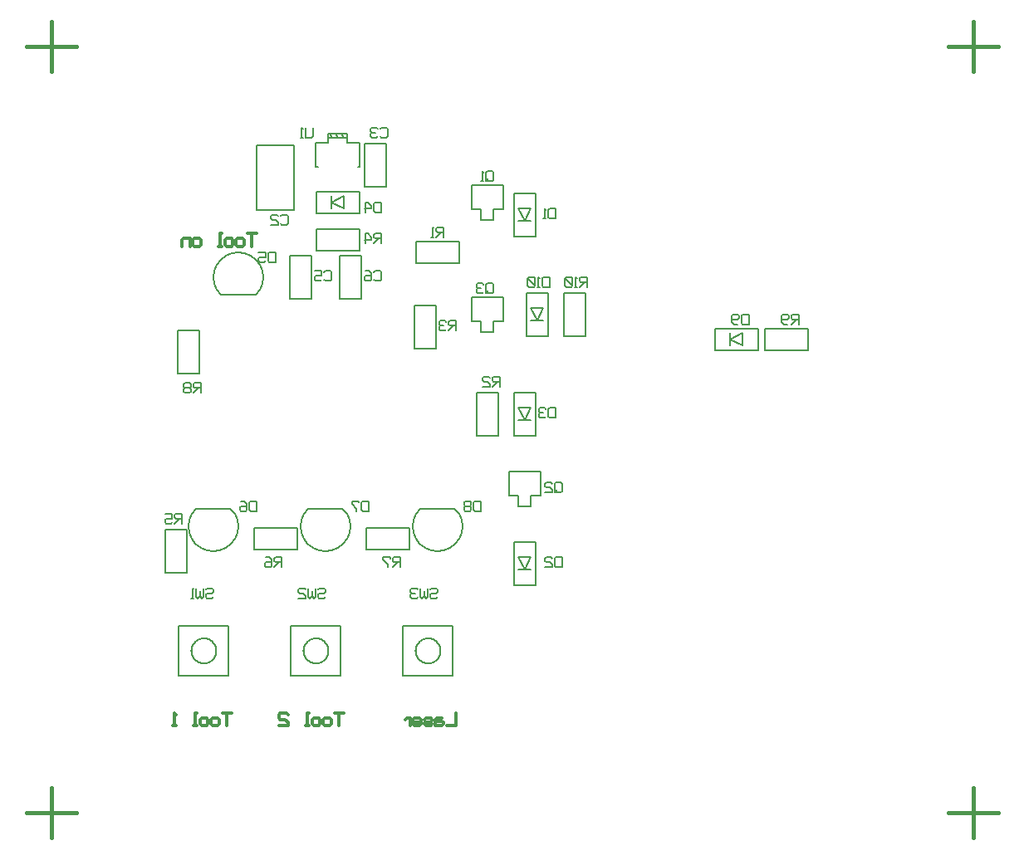
<source format=gbr>
G04                                                                  *
G04 SOURCE        : LAYO1 PCB.EXE VERSION 10                         *
G04 FORMAT        : GERBER RS-274X, Inch, 2.4, Leading Zero          *
G04 TITLE         : CNC3018SWITCHER_SILKSCREEN BOTTOM                *
G04 TIME          : Thursday, May 11, 2023  21:45:25                 *
G04                                                                  *
G04 Board width   : 120.000 mm. =  4.7244 inch                       *
G04 Board height  : 100.000 mm. =  3.9370 inch                       *
G04 Board offset  :   0.000 mm. =  0.0000 inch                       *
G04 Board offset  :   0.000 mm. =  0.0000 inch                       *
G04                                                                  *
G04 Apertures:                                                       *
G04       Type          X       Y             X       Y        Used  *
G04                      Inches                Metric                *
G04 D10   Draw        0.0079  0.0079        0.200   0.200      1425  *
G04 D11   Draw        0.0157  0.0157        0.400   0.400        64  *
G04 D12   Draw        0.0118  0.0118        0.300   0.300       155  *
G04                                                                  *
%FSLAX24Y24*
MOIN*
SFA1.0B1.0*%
%ADD10C,0.0079*%
%ADD11C,0.0157*%
%ADD12C,0.0118*%
%LNSILKSCREEN BOTTOM*%
G54D10*
X014752Y028809D02*
X014752Y031431D01*
X013248Y031431D01*
X013248Y028809D01*
X014752Y028809D01*
X018437Y029746D02*
X018437Y031494D01*
X017563Y031494D01*
X017563Y029746D01*
X018437Y029746D01*
X015437Y025246D02*
X015437Y026994D01*
X014563Y026994D01*
X014563Y025246D01*
X015437Y025246D01*
X017437Y025246D02*
X017437Y026994D01*
X016563Y026994D01*
X016563Y025246D01*
X017437Y025246D01*
X023563Y029494D02*
X023563Y027746D01*
X024437Y027746D01*
X024437Y029494D01*
X023563Y029494D01*
X023750Y028870D02*
X024250Y028870D01*
X024000Y028370D01*
X023750Y028870D01*
X023750Y028370D02*
X024250Y028370D01*
X023563Y015494D02*
X023563Y013746D01*
X024437Y013746D01*
X024437Y015494D01*
X023563Y015494D01*
X023750Y014870D02*
X024250Y014870D01*
X024000Y014370D01*
X023750Y014870D01*
X023750Y014370D02*
X024250Y014370D01*
X023563Y021494D02*
X023563Y019746D01*
X024437Y019746D01*
X024437Y021494D01*
X023563Y021494D01*
X023750Y020870D02*
X024250Y020870D01*
X024000Y020370D01*
X023750Y020870D01*
X023750Y020370D02*
X024250Y020370D01*
X017374Y029557D02*
X015626Y029557D01*
X015626Y028683D01*
X017374Y028683D01*
X017374Y029557D01*
X016750Y029370D02*
X016750Y028870D01*
X016250Y029120D01*
X016750Y029370D01*
X016250Y029370D02*
X016250Y028870D01*
X013500Y026120D02*
X013469Y025864D01*
X013366Y025620D01*
X013205Y025407D01*
X011811Y025407D01*
X011634Y025620D01*
X011531Y025864D01*
X011500Y026120D01*
X011531Y026376D01*
X011634Y026620D01*
X011795Y026833D01*
X012000Y026986D01*
X012244Y027089D01*
X012500Y027120D01*
X012756Y027089D01*
X013000Y026986D01*
X013213Y026825D01*
X013366Y026620D01*
X013469Y026376D01*
X013500Y026120D01*
X010500Y016120D02*
X010531Y016376D01*
X010634Y016620D01*
X010795Y016833D01*
X012189Y016833D01*
X012366Y016620D01*
X012469Y016376D01*
X012500Y016120D01*
X012469Y015864D01*
X012366Y015620D01*
X012205Y015407D01*
X012000Y015254D01*
X011756Y015152D01*
X011500Y015120D01*
X011244Y015152D01*
X011000Y015254D01*
X010787Y015415D01*
X010634Y015620D01*
X010531Y015864D01*
X010500Y016120D01*
X015000Y016120D02*
X015031Y016376D01*
X015134Y016620D01*
X015295Y016833D01*
X016689Y016833D01*
X016866Y016620D01*
X016969Y016376D01*
X017000Y016120D01*
X016969Y015864D01*
X016866Y015620D01*
X016705Y015407D01*
X016500Y015254D01*
X016256Y015152D01*
X016000Y015120D01*
X015744Y015152D01*
X015500Y015254D01*
X015287Y015415D01*
X015134Y015620D01*
X015031Y015864D01*
X015000Y016120D01*
X019500Y016120D02*
X019531Y016376D01*
X019634Y016620D01*
X019795Y016833D01*
X021189Y016833D01*
X021366Y016620D01*
X021469Y016376D01*
X021500Y016120D01*
X021469Y015864D01*
X021366Y015620D01*
X021205Y015407D01*
X021000Y015254D01*
X020756Y015152D01*
X020500Y015120D01*
X020244Y015152D01*
X020000Y015254D01*
X019787Y015415D01*
X019634Y015620D01*
X019531Y015864D01*
X019500Y016120D01*
X033374Y024057D02*
X031626Y024057D01*
X031626Y023183D01*
X033374Y023183D01*
X033374Y024057D01*
X032750Y023870D02*
X032750Y023370D01*
X032250Y023620D01*
X032750Y023870D01*
X032250Y023870D02*
X032250Y023370D01*
X024063Y025494D02*
X024063Y023746D01*
X024937Y023746D01*
X024937Y025494D01*
X024063Y025494D01*
X024250Y024870D02*
X024750Y024870D01*
X024500Y024370D01*
X024250Y024870D01*
X024250Y024370D02*
X024750Y024370D01*
X021874Y028868D02*
X022248Y028868D01*
X022248Y028431D01*
X022752Y028431D01*
X022752Y028868D01*
X023126Y028868D01*
X023126Y029809D01*
X021874Y029809D01*
X021874Y028868D01*
X023374Y017368D02*
X023748Y017368D01*
X023748Y016931D01*
X024252Y016931D01*
X024252Y017368D01*
X024626Y017368D01*
X024626Y018309D01*
X023374Y018309D01*
X023374Y017368D01*
X021874Y024368D02*
X022248Y024368D01*
X022248Y023931D01*
X022752Y023931D01*
X022752Y024368D01*
X023126Y024368D01*
X023126Y025309D01*
X021874Y025309D01*
X021874Y024368D01*
X021374Y027557D02*
X019626Y027557D01*
X019626Y026683D01*
X021374Y026683D01*
X021374Y027557D01*
X022937Y019746D02*
X022937Y021494D01*
X022063Y021494D01*
X022063Y019746D01*
X022937Y019746D01*
X019563Y024994D02*
X019563Y023246D01*
X020437Y023246D01*
X020437Y024994D01*
X019563Y024994D01*
X015626Y027183D02*
X017374Y027183D01*
X017374Y028057D01*
X015626Y028057D01*
X015626Y027183D01*
X009563Y015994D02*
X009563Y014246D01*
X010437Y014246D01*
X010437Y015994D01*
X009563Y015994D01*
X014874Y016057D02*
X013126Y016057D01*
X013126Y015183D01*
X014874Y015183D01*
X014874Y016057D01*
X019374Y016057D02*
X017626Y016057D01*
X017626Y015183D01*
X019374Y015183D01*
X019374Y016057D01*
X010937Y022246D02*
X010937Y023994D01*
X010063Y023994D01*
X010063Y022246D01*
X010937Y022246D01*
X035374Y024057D02*
X033626Y024057D01*
X033626Y023183D01*
X035374Y023183D01*
X035374Y024057D01*
X025563Y025494D02*
X025563Y023746D01*
X026437Y023746D01*
X026437Y025494D01*
X025563Y025494D01*
X012125Y012120D02*
X010125Y012120D01*
X010125Y010120D01*
X012125Y010120D01*
X012125Y012120D01*
X011125Y010620D02*
X011125Y010620D01*
X011108Y010620D01*
X011090Y010621D01*
X011073Y010623D01*
X011055Y010625D01*
X011038Y010628D01*
X011021Y010631D01*
X011004Y010635D01*
X010987Y010639D01*
X010970Y010645D01*
X010954Y010650D01*
X010938Y010656D01*
X010922Y010663D01*
X010906Y010671D01*
X010890Y010679D01*
X010875Y010687D01*
X010860Y010696D01*
X010845Y010706D01*
X010831Y010716D01*
X010817Y010726D01*
X010804Y010737D01*
X010790Y010749D01*
X010778Y010760D01*
X010765Y010773D01*
X010753Y010786D01*
X010742Y010799D01*
X010731Y010812D01*
X010720Y010826D01*
X010710Y010840D01*
X010701Y010855D01*
X010692Y010870D01*
X010684Y010885D01*
X010676Y010901D01*
X010668Y010917D01*
X010661Y010933D01*
X010655Y010949D01*
X010649Y010966D01*
X010644Y010982D01*
X010640Y010999D01*
X010636Y011016D01*
X010633Y011033D01*
X010630Y011050D01*
X010628Y011068D01*
X010626Y011085D01*
X010625Y011103D01*
X010625Y011120D01*
X010625Y011138D01*
X010626Y011155D01*
X010628Y011172D01*
X010630Y011190D01*
X010633Y011207D01*
X010636Y011224D01*
X010640Y011241D01*
X010644Y011258D01*
X010649Y011275D01*
X010655Y011291D01*
X010661Y011307D01*
X010668Y011323D01*
X010676Y011339D01*
X010684Y011355D01*
X010692Y011370D01*
X010701Y011385D01*
X010710Y011400D01*
X010720Y011414D01*
X010731Y011428D01*
X010742Y011441D01*
X010753Y011455D01*
X010765Y011467D01*
X010778Y011480D01*
X010790Y011492D01*
X010804Y011503D01*
X010817Y011514D01*
X010831Y011525D01*
X010845Y011535D01*
X010860Y011544D01*
X010875Y011553D01*
X010890Y011562D01*
X010906Y011569D01*
X010922Y011577D01*
X010938Y011584D01*
X010954Y011590D01*
X010970Y011596D01*
X010987Y011601D01*
X011004Y011605D01*
X011021Y011609D01*
X011038Y011612D01*
X011055Y011615D01*
X011073Y011617D01*
X011090Y011619D01*
X011108Y011620D01*
X011125Y011620D01*
X011142Y011620D01*
X011160Y011619D01*
X011177Y011617D01*
X011195Y011615D01*
X011212Y011612D01*
X011229Y011609D01*
X011246Y011605D01*
X011263Y011601D01*
X011280Y011596D01*
X011296Y011590D01*
X011312Y011584D01*
X011328Y011577D01*
X011344Y011569D01*
X011360Y011562D01*
X011375Y011553D01*
X011390Y011544D01*
X011405Y011535D01*
X011419Y011525D01*
X011433Y011514D01*
X011446Y011503D01*
X011460Y011492D01*
X011472Y011480D01*
X011485Y011467D01*
X011497Y011455D01*
X011508Y011441D01*
X011519Y011428D01*
X011530Y011414D01*
X011540Y011400D01*
X011549Y011385D01*
X011558Y011370D01*
X011566Y011355D01*
X011574Y011339D01*
X011582Y011323D01*
X011589Y011307D01*
X011595Y011291D01*
X011601Y011275D01*
X011606Y011258D01*
X011610Y011241D01*
X011614Y011224D01*
X011617Y011207D01*
X011620Y011190D01*
X011622Y011172D01*
X011624Y011155D01*
X011625Y011138D01*
X011625Y011120D01*
X011625Y011103D01*
X011624Y011085D01*
X011622Y011068D01*
X011620Y011050D01*
X011617Y011033D01*
X011614Y011016D01*
X011610Y010999D01*
X011606Y010982D01*
X011601Y010966D01*
X011595Y010949D01*
X011589Y010933D01*
X011582Y010917D01*
X011574Y010901D01*
X011566Y010885D01*
X011558Y010870D01*
X011549Y010855D01*
X011540Y010840D01*
X011530Y010826D01*
X011519Y010812D01*
X011508Y010799D01*
X011497Y010786D01*
X011485Y010773D01*
X011472Y010760D01*
X011460Y010749D01*
X011446Y010737D01*
X011433Y010726D01*
X011419Y010716D01*
X011405Y010706D01*
X011390Y010696D01*
X011375Y010687D01*
X011360Y010679D01*
X011344Y010671D01*
X011328Y010663D01*
X011312Y010656D01*
X011296Y010650D01*
X011280Y010645D01*
X011263Y010639D01*
X011246Y010635D01*
X011229Y010631D01*
X011212Y010628D01*
X011195Y010625D01*
X011177Y010623D01*
X011160Y010621D01*
X011142Y010620D01*
X011125Y010620D01*
X016625Y012120D02*
X014625Y012120D01*
X014625Y010120D01*
X016625Y010120D01*
X016625Y012120D01*
X015625Y010620D02*
X015625Y010620D01*
X015608Y010620D01*
X015590Y010621D01*
X015573Y010623D01*
X015555Y010625D01*
X015538Y010628D01*
X015521Y010631D01*
X015504Y010635D01*
X015487Y010639D01*
X015470Y010645D01*
X015454Y010650D01*
X015438Y010656D01*
X015422Y010663D01*
X015406Y010671D01*
X015390Y010679D01*
X015375Y010687D01*
X015360Y010696D01*
X015345Y010706D01*
X015331Y010716D01*
X015317Y010726D01*
X015304Y010737D01*
X015290Y010749D01*
X015278Y010760D01*
X015265Y010773D01*
X015253Y010786D01*
X015242Y010799D01*
X015231Y010812D01*
X015220Y010826D01*
X015210Y010840D01*
X015201Y010855D01*
X015192Y010870D01*
X015184Y010885D01*
X015176Y010901D01*
X015168Y010917D01*
X015161Y010933D01*
X015155Y010949D01*
X015149Y010966D01*
X015144Y010982D01*
X015140Y010999D01*
X015136Y011016D01*
X015133Y011033D01*
X015130Y011050D01*
X015128Y011068D01*
X015126Y011085D01*
X015125Y011103D01*
X015125Y011120D01*
X015125Y011138D01*
X015126Y011155D01*
X015128Y011172D01*
X015130Y011190D01*
X015133Y011207D01*
X015136Y011224D01*
X015140Y011241D01*
X015144Y011258D01*
X015149Y011275D01*
X015155Y011291D01*
X015161Y011307D01*
X015168Y011323D01*
X015176Y011339D01*
X015184Y011355D01*
X015192Y011370D01*
X015201Y011385D01*
X015210Y011400D01*
X015220Y011414D01*
X015231Y011428D01*
X015242Y011441D01*
X015253Y011455D01*
X015265Y011467D01*
X015278Y011480D01*
X015290Y011492D01*
X015304Y011503D01*
X015317Y011514D01*
X015331Y011525D01*
X015345Y011535D01*
X015360Y011544D01*
X015375Y011553D01*
X015390Y011562D01*
X015406Y011569D01*
X015422Y011577D01*
X015438Y011584D01*
X015454Y011590D01*
X015470Y011596D01*
X015487Y011601D01*
X015504Y011605D01*
X015521Y011609D01*
X015538Y011612D01*
X015555Y011615D01*
X015573Y011617D01*
X015590Y011619D01*
X015608Y011620D01*
X015625Y011620D01*
X015642Y011620D01*
X015660Y011619D01*
X015677Y011617D01*
X015695Y011615D01*
X015712Y011612D01*
X015729Y011609D01*
X015746Y011605D01*
X015763Y011601D01*
X015780Y011596D01*
X015796Y011590D01*
X015812Y011584D01*
X015828Y011577D01*
X015844Y011569D01*
X015860Y011562D01*
X015875Y011553D01*
X015890Y011544D01*
X015905Y011535D01*
X015919Y011525D01*
X015933Y011514D01*
X015946Y011503D01*
X015960Y011492D01*
X015972Y011480D01*
X015985Y011467D01*
X015997Y011455D01*
X016008Y011441D01*
X016019Y011428D01*
X016030Y011414D01*
X016040Y011400D01*
X016049Y011385D01*
X016058Y011370D01*
X016066Y011355D01*
X016074Y011339D01*
X016082Y011323D01*
X016089Y011307D01*
X016095Y011291D01*
X016101Y011275D01*
X016106Y011258D01*
X016110Y011241D01*
X016114Y011224D01*
X016117Y011207D01*
X016120Y011190D01*
X016122Y011172D01*
X016124Y011155D01*
X016125Y011138D01*
X016125Y011120D01*
X016125Y011103D01*
X016124Y011085D01*
X016122Y011068D01*
X016120Y011050D01*
X016117Y011033D01*
X016114Y011016D01*
X016110Y010999D01*
X016106Y010982D01*
X016101Y010966D01*
X016095Y010949D01*
X016089Y010933D01*
X016082Y010917D01*
X016074Y010901D01*
X016066Y010885D01*
X016058Y010870D01*
X016049Y010855D01*
X016040Y010840D01*
X016030Y010826D01*
X016019Y010812D01*
X016008Y010799D01*
X015997Y010786D01*
X015985Y010773D01*
X015972Y010760D01*
X015960Y010749D01*
X015946Y010737D01*
X015933Y010726D01*
X015919Y010716D01*
X015905Y010706D01*
X015890Y010696D01*
X015875Y010687D01*
X015860Y010679D01*
X015844Y010671D01*
X015828Y010663D01*
X015812Y010656D01*
X015796Y010650D01*
X015780Y010645D01*
X015763Y010639D01*
X015746Y010635D01*
X015729Y010631D01*
X015712Y010628D01*
X015695Y010625D01*
X015677Y010623D01*
X015660Y010621D01*
X015642Y010620D01*
X015625Y010620D01*
X021125Y012120D02*
X019125Y012120D01*
X019125Y010120D01*
X021125Y010120D01*
X021125Y012120D01*
X020125Y010620D02*
X020125Y010620D01*
X020108Y010620D01*
X020090Y010621D01*
X020073Y010623D01*
X020055Y010625D01*
X020038Y010628D01*
X020021Y010631D01*
X020004Y010635D01*
X019987Y010639D01*
X019970Y010645D01*
X019954Y010650D01*
X019938Y010656D01*
X019922Y010663D01*
X019906Y010671D01*
X019890Y010679D01*
X019875Y010687D01*
X019860Y010696D01*
X019845Y010706D01*
X019831Y010716D01*
X019817Y010726D01*
X019804Y010737D01*
X019790Y010749D01*
X019778Y010760D01*
X019765Y010773D01*
X019753Y010786D01*
X019742Y010799D01*
X019731Y010812D01*
X019720Y010826D01*
X019710Y010840D01*
X019701Y010855D01*
X019692Y010870D01*
X019684Y010885D01*
X019676Y010901D01*
X019668Y010917D01*
X019661Y010933D01*
X019655Y010949D01*
X019649Y010966D01*
X019644Y010982D01*
X019640Y010999D01*
X019636Y011016D01*
X019633Y011033D01*
X019630Y011050D01*
X019628Y011068D01*
X019626Y011085D01*
X019625Y011103D01*
X019625Y011120D01*
X019625Y011138D01*
X019626Y011155D01*
X019628Y011172D01*
X019630Y011190D01*
X019633Y011207D01*
X019636Y011224D01*
X019640Y011241D01*
X019644Y011258D01*
X019649Y011275D01*
X019655Y011291D01*
X019661Y011307D01*
X019668Y011323D01*
X019676Y011339D01*
X019684Y011355D01*
X019692Y011370D01*
X019701Y011385D01*
X019710Y011400D01*
X019720Y011414D01*
X019731Y011428D01*
X019742Y011441D01*
X019753Y011455D01*
X019765Y011467D01*
X019778Y011480D01*
X019790Y011492D01*
X019804Y011503D01*
X019817Y011514D01*
X019831Y011525D01*
X019845Y011535D01*
X019860Y011544D01*
X019875Y011553D01*
X019890Y011562D01*
X019906Y011569D01*
X019922Y011577D01*
X019938Y011584D01*
X019954Y011590D01*
X019970Y011596D01*
X019987Y011601D01*
X020004Y011605D01*
X020021Y011609D01*
X020038Y011612D01*
X020055Y011615D01*
X020073Y011617D01*
X020090Y011619D01*
X020108Y011620D01*
X020125Y011620D01*
X020142Y011620D01*
X020160Y011619D01*
X020177Y011617D01*
X020195Y011615D01*
X020212Y011612D01*
X020229Y011609D01*
X020246Y011605D01*
X020263Y011601D01*
X020280Y011596D01*
X020296Y011590D01*
X020312Y011584D01*
X020328Y011577D01*
X020344Y011569D01*
X020360Y011562D01*
X020375Y011553D01*
X020390Y011544D01*
X020405Y011535D01*
X020419Y011525D01*
X020433Y011514D01*
X020446Y011503D01*
X020460Y011492D01*
X020472Y011480D01*
X020485Y011467D01*
X020497Y011455D01*
X020508Y011441D01*
X020519Y011428D01*
X020530Y011414D01*
X020540Y011400D01*
X020549Y011385D01*
X020558Y011370D01*
X020566Y011355D01*
X020574Y011339D01*
X020582Y011323D01*
X020589Y011307D01*
X020595Y011291D01*
X020601Y011275D01*
X020606Y011258D01*
X020610Y011241D01*
X020614Y011224D01*
X020617Y011207D01*
X020620Y011190D01*
X020622Y011172D01*
X020624Y011155D01*
X020625Y011138D01*
X020625Y011120D01*
X020625Y011103D01*
X020624Y011085D01*
X020622Y011068D01*
X020620Y011050D01*
X020617Y011033D01*
X020614Y011016D01*
X020610Y010999D01*
X020606Y010982D01*
X020601Y010966D01*
X020595Y010949D01*
X020589Y010933D01*
X020582Y010917D01*
X020574Y010901D01*
X020566Y010885D01*
X020558Y010870D01*
X020549Y010855D01*
X020540Y010840D01*
X020530Y010826D01*
X020519Y010812D01*
X020508Y010799D01*
X020497Y010786D01*
X020485Y010773D01*
X020472Y010760D01*
X020460Y010749D01*
X020446Y010737D01*
X020433Y010726D01*
X020419Y010716D01*
X020405Y010706D01*
X020390Y010696D01*
X020375Y010687D01*
X020360Y010679D01*
X020344Y010671D01*
X020328Y010663D01*
X020312Y010656D01*
X020296Y010650D01*
X020280Y010645D01*
X020263Y010639D01*
X020246Y010635D01*
X020229Y010631D01*
X020212Y010628D01*
X020195Y010625D01*
X020177Y010623D01*
X020160Y010621D01*
X020142Y010620D01*
X020125Y010620D01*
X015614Y031523D02*
X016098Y031531D01*
X016902Y031523D02*
X017386Y031523D01*
X017386Y030539D01*
X017315Y030539D01*
X015693Y030539D02*
X015614Y030539D01*
X015614Y031523D01*
X016875Y031507D02*
X016875Y031882D01*
X016125Y031882D01*
X016125Y031507D01*
X016844Y031726D02*
X016156Y031726D01*
X016750Y031726D02*
X016656Y031882D01*
X016500Y031726D02*
X016406Y031882D01*
X016281Y031726D02*
X016188Y031882D01*
X014205Y028276D02*
X014254Y028226D01*
X014451Y028226D01*
X014500Y028276D01*
X014500Y028571D01*
X014451Y028620D01*
X014254Y028620D01*
X014205Y028571D01*
X013811Y028226D02*
X014106Y028226D01*
X014106Y028325D01*
X014008Y028423D01*
X013860Y028423D01*
X013811Y028472D01*
X013811Y028571D01*
X013860Y028620D01*
X014057Y028620D01*
X014106Y028571D01*
X018205Y031776D02*
X018254Y031726D01*
X018451Y031726D01*
X018500Y031776D01*
X018500Y032071D01*
X018451Y032120D01*
X018254Y032120D01*
X018205Y032071D01*
X018106Y032071D02*
X018057Y032120D01*
X017860Y032120D01*
X017811Y032071D01*
X017811Y031972D01*
X017860Y031923D01*
X018008Y031923D01*
X017860Y031923D02*
X017811Y031874D01*
X017811Y031776D01*
X017860Y031726D01*
X018057Y031726D01*
X018106Y031776D01*
X015955Y026026D02*
X016004Y025976D01*
X016201Y025976D01*
X016250Y026026D01*
X016250Y026321D01*
X016201Y026370D01*
X016004Y026370D01*
X015955Y026321D01*
X015561Y026370D02*
X015856Y026370D01*
X015856Y026173D01*
X015610Y026173D01*
X015561Y026124D01*
X015561Y026026D01*
X015610Y025976D01*
X015807Y025976D01*
X015856Y026026D01*
X017955Y026026D02*
X018004Y025976D01*
X018201Y025976D01*
X018250Y026026D01*
X018250Y026321D01*
X018201Y026370D01*
X018004Y026370D01*
X017955Y026321D01*
X017610Y026370D02*
X017758Y026370D01*
X017856Y026272D01*
X017856Y026026D01*
X017807Y025976D01*
X017610Y025976D01*
X017561Y026026D01*
X017561Y026124D01*
X017610Y026173D01*
X017856Y026173D01*
X025250Y028476D02*
X025250Y028870D01*
X025004Y028870D01*
X024955Y028821D01*
X024955Y028526D01*
X025004Y028476D01*
X025250Y028476D01*
X024856Y028476D02*
X024758Y028476D01*
X024807Y028476D02*
X024807Y028870D01*
X024856Y028821D01*
X025500Y014476D02*
X025500Y014870D01*
X025254Y014870D01*
X025205Y014821D01*
X025205Y014526D01*
X025254Y014476D01*
X025500Y014476D01*
X024811Y014476D02*
X025106Y014476D01*
X025106Y014575D01*
X025008Y014673D01*
X024860Y014673D01*
X024811Y014722D01*
X024811Y014821D01*
X024860Y014870D01*
X025057Y014870D01*
X025106Y014821D01*
X025250Y020476D02*
X025250Y020870D01*
X025004Y020870D01*
X024955Y020821D01*
X024955Y020526D01*
X025004Y020476D01*
X025250Y020476D01*
X024856Y020821D02*
X024807Y020870D01*
X024610Y020870D01*
X024561Y020821D01*
X024561Y020722D01*
X024610Y020673D01*
X024758Y020673D01*
X024610Y020673D02*
X024561Y020624D01*
X024561Y020526D01*
X024610Y020476D01*
X024807Y020476D01*
X024856Y020526D01*
X018250Y028726D02*
X018250Y029120D01*
X018004Y029120D01*
X017955Y029071D01*
X017955Y028776D01*
X018004Y028726D01*
X018250Y028726D01*
X017610Y028726D02*
X017610Y029120D01*
X017709Y029120D01*
X017856Y028972D01*
X017856Y028874D01*
X017561Y028874D01*
X014000Y026726D02*
X014000Y027120D01*
X013754Y027120D01*
X013705Y027071D01*
X013705Y026776D01*
X013754Y026726D01*
X014000Y026726D01*
X013311Y027120D02*
X013606Y027120D01*
X013606Y026923D01*
X013360Y026923D01*
X013311Y026874D01*
X013311Y026776D01*
X013360Y026726D01*
X013557Y026726D01*
X013606Y026776D01*
X013250Y016726D02*
X013250Y017120D01*
X013004Y017120D01*
X012955Y017071D01*
X012955Y016776D01*
X013004Y016726D01*
X013250Y016726D01*
X012610Y017120D02*
X012758Y017120D01*
X012856Y017022D01*
X012856Y016776D01*
X012807Y016726D01*
X012610Y016726D01*
X012561Y016776D01*
X012561Y016874D01*
X012610Y016923D01*
X012856Y016923D01*
X017750Y016726D02*
X017750Y017120D01*
X017504Y017120D01*
X017455Y017071D01*
X017455Y016776D01*
X017504Y016726D01*
X017750Y016726D01*
X017356Y017071D02*
X017356Y017120D01*
X017061Y017120D01*
X017061Y017022D01*
X017258Y016825D01*
X017258Y016726D01*
X022250Y016726D02*
X022250Y017120D01*
X022004Y017120D01*
X021955Y017071D01*
X021955Y016776D01*
X022004Y016726D01*
X022250Y016726D01*
X021807Y016923D02*
X021856Y016874D01*
X021856Y016776D01*
X021807Y016726D01*
X021610Y016726D01*
X021561Y016776D01*
X021561Y016874D01*
X021610Y016923D01*
X021807Y016923D01*
X021856Y016972D01*
X021856Y017071D01*
X021807Y017120D01*
X021610Y017120D01*
X021561Y017071D01*
X021561Y016972D01*
X021610Y016923D01*
X033000Y024226D02*
X033000Y024620D01*
X032754Y024620D01*
X032705Y024571D01*
X032705Y024276D01*
X032754Y024226D01*
X033000Y024226D01*
X032557Y024226D02*
X032410Y024226D01*
X032311Y024325D01*
X032311Y024571D01*
X032360Y024620D01*
X032557Y024620D01*
X032606Y024571D01*
X032606Y024472D01*
X032557Y024423D01*
X032311Y024423D01*
X025000Y025726D02*
X025000Y026120D01*
X024754Y026120D01*
X024705Y026071D01*
X024705Y025776D01*
X024754Y025726D01*
X025000Y025726D01*
X024606Y025726D02*
X024508Y025726D01*
X024557Y025726D02*
X024557Y026120D01*
X024606Y026071D01*
X024360Y025726D02*
X024410Y025776D01*
X024410Y026071D01*
X024360Y026120D01*
X024164Y026120D01*
X024114Y026071D01*
X024114Y025776D01*
X024164Y025726D01*
X024360Y025726D01*
X024410Y025776D02*
X024114Y026071D01*
X022504Y029976D02*
X022701Y029976D01*
X022750Y030026D01*
X022750Y030321D01*
X022701Y030370D01*
X022504Y030370D01*
X022455Y030321D01*
X022455Y030026D01*
X022504Y029976D01*
X022553Y030075D02*
X022455Y029976D01*
X022356Y029976D02*
X022258Y029976D01*
X022307Y029976D02*
X022307Y030370D01*
X022356Y030321D01*
X025254Y017476D02*
X025451Y017476D01*
X025500Y017526D01*
X025500Y017821D01*
X025451Y017870D01*
X025254Y017870D01*
X025205Y017821D01*
X025205Y017526D01*
X025254Y017476D01*
X025303Y017575D02*
X025205Y017476D01*
X024811Y017476D02*
X025106Y017476D01*
X025106Y017575D01*
X025008Y017673D01*
X024860Y017673D01*
X024811Y017722D01*
X024811Y017821D01*
X024860Y017870D01*
X025057Y017870D01*
X025106Y017821D01*
X022504Y025476D02*
X022701Y025476D01*
X022750Y025526D01*
X022750Y025821D01*
X022701Y025870D01*
X022504Y025870D01*
X022455Y025821D01*
X022455Y025526D01*
X022504Y025476D01*
X022553Y025575D02*
X022455Y025476D01*
X022356Y025821D02*
X022307Y025870D01*
X022110Y025870D01*
X022061Y025821D01*
X022061Y025722D01*
X022110Y025673D01*
X022258Y025673D01*
X022110Y025673D02*
X022061Y025624D01*
X022061Y025526D01*
X022110Y025476D01*
X022307Y025476D01*
X022356Y025526D01*
X020750Y027726D02*
X020750Y028120D01*
X020504Y028120D01*
X020455Y028071D01*
X020455Y027972D01*
X020504Y027923D01*
X020750Y027923D01*
X020652Y027923D02*
X020455Y027726D01*
X020356Y027726D02*
X020258Y027726D01*
X020307Y027726D02*
X020307Y028120D01*
X020356Y028071D01*
X023000Y021726D02*
X023000Y022120D01*
X022754Y022120D01*
X022705Y022071D01*
X022705Y021972D01*
X022754Y021923D01*
X023000Y021923D01*
X022902Y021923D02*
X022705Y021726D01*
X022311Y021726D02*
X022606Y021726D01*
X022606Y021825D01*
X022508Y021923D01*
X022360Y021923D01*
X022311Y021972D01*
X022311Y022071D01*
X022360Y022120D01*
X022557Y022120D01*
X022606Y022071D01*
X021250Y023976D02*
X021250Y024370D01*
X021004Y024370D01*
X020955Y024321D01*
X020955Y024222D01*
X021004Y024173D01*
X021250Y024173D01*
X021152Y024173D02*
X020955Y023976D01*
X020856Y024321D02*
X020807Y024370D01*
X020610Y024370D01*
X020561Y024321D01*
X020561Y024222D01*
X020610Y024173D01*
X020758Y024173D01*
X020610Y024173D02*
X020561Y024124D01*
X020561Y024026D01*
X020610Y023976D01*
X020807Y023976D01*
X020856Y024026D01*
X018250Y027476D02*
X018250Y027870D01*
X018004Y027870D01*
X017955Y027821D01*
X017955Y027722D01*
X018004Y027673D01*
X018250Y027673D01*
X018152Y027673D02*
X017955Y027476D01*
X017610Y027476D02*
X017610Y027870D01*
X017709Y027870D01*
X017856Y027722D01*
X017856Y027624D01*
X017561Y027624D01*
X010250Y016226D02*
X010250Y016620D01*
X010004Y016620D01*
X009955Y016571D01*
X009955Y016472D01*
X010004Y016423D01*
X010250Y016423D01*
X010152Y016423D02*
X009955Y016226D01*
X009561Y016620D02*
X009856Y016620D01*
X009856Y016423D01*
X009610Y016423D01*
X009561Y016374D01*
X009561Y016276D01*
X009610Y016226D01*
X009807Y016226D01*
X009856Y016276D01*
X014250Y014476D02*
X014250Y014870D01*
X014004Y014870D01*
X013955Y014821D01*
X013955Y014722D01*
X014004Y014673D01*
X014250Y014673D01*
X014152Y014673D02*
X013955Y014476D01*
X013610Y014870D02*
X013758Y014870D01*
X013856Y014772D01*
X013856Y014526D01*
X013807Y014476D01*
X013610Y014476D01*
X013561Y014526D01*
X013561Y014624D01*
X013610Y014673D01*
X013856Y014673D01*
X019000Y014476D02*
X019000Y014870D01*
X018754Y014870D01*
X018705Y014821D01*
X018705Y014722D01*
X018754Y014673D01*
X019000Y014673D01*
X018902Y014673D02*
X018705Y014476D01*
X018606Y014821D02*
X018606Y014870D01*
X018311Y014870D01*
X018311Y014772D01*
X018508Y014575D01*
X018508Y014476D01*
X011000Y021476D02*
X011000Y021870D01*
X010754Y021870D01*
X010705Y021821D01*
X010705Y021722D01*
X010754Y021673D01*
X011000Y021673D01*
X010902Y021673D02*
X010705Y021476D01*
X010557Y021673D02*
X010606Y021624D01*
X010606Y021526D01*
X010557Y021476D01*
X010360Y021476D01*
X010311Y021526D01*
X010311Y021624D01*
X010360Y021673D01*
X010557Y021673D01*
X010606Y021722D01*
X010606Y021821D01*
X010557Y021870D01*
X010360Y021870D01*
X010311Y021821D01*
X010311Y021722D01*
X010360Y021673D01*
X035000Y024226D02*
X035000Y024620D01*
X034754Y024620D01*
X034705Y024571D01*
X034705Y024472D01*
X034754Y024423D01*
X035000Y024423D01*
X034902Y024423D02*
X034705Y024226D01*
X034557Y024226D02*
X034410Y024226D01*
X034311Y024325D01*
X034311Y024571D01*
X034360Y024620D01*
X034557Y024620D01*
X034606Y024571D01*
X034606Y024472D01*
X034557Y024423D01*
X034311Y024423D01*
X026500Y025726D02*
X026500Y026120D01*
X026254Y026120D01*
X026205Y026071D01*
X026205Y025972D01*
X026254Y025923D01*
X026500Y025923D01*
X026402Y025923D02*
X026205Y025726D01*
X026106Y025726D02*
X026008Y025726D01*
X026057Y025726D02*
X026057Y026120D01*
X026106Y026071D01*
X025860Y025726D02*
X025910Y025776D01*
X025910Y026071D01*
X025860Y026120D01*
X025664Y026120D01*
X025614Y026071D01*
X025614Y025776D01*
X025664Y025726D01*
X025860Y025726D01*
X025910Y025776D02*
X025614Y026071D01*
X011500Y013276D02*
X011451Y013226D01*
X011254Y013226D01*
X011205Y013276D01*
X011205Y013374D01*
X011254Y013423D01*
X011451Y013423D01*
X011500Y013472D01*
X011500Y013571D01*
X011451Y013620D01*
X011254Y013620D01*
X011205Y013571D01*
X011106Y013620D02*
X011106Y013276D01*
X011057Y013226D01*
X010959Y013325D01*
X010959Y013522D01*
X010959Y013325D02*
X010860Y013226D01*
X010811Y013276D01*
X010811Y013620D01*
X010713Y013226D02*
X010614Y013226D01*
X010664Y013226D02*
X010664Y013620D01*
X010713Y013571D01*
X016000Y013276D02*
X015951Y013226D01*
X015754Y013226D01*
X015705Y013276D01*
X015705Y013374D01*
X015754Y013423D01*
X015951Y013423D01*
X016000Y013472D01*
X016000Y013571D01*
X015951Y013620D01*
X015754Y013620D01*
X015705Y013571D01*
X015606Y013620D02*
X015606Y013276D01*
X015557Y013226D01*
X015459Y013325D01*
X015459Y013522D01*
X015459Y013325D02*
X015360Y013226D01*
X015311Y013276D01*
X015311Y013620D01*
X014917Y013226D02*
X015213Y013226D01*
X015213Y013325D01*
X015114Y013423D01*
X014967Y013423D01*
X014917Y013472D01*
X014917Y013571D01*
X014967Y013620D01*
X015164Y013620D01*
X015213Y013571D01*
X020500Y013276D02*
X020451Y013226D01*
X020254Y013226D01*
X020205Y013276D01*
X020205Y013374D01*
X020254Y013423D01*
X020451Y013423D01*
X020500Y013472D01*
X020500Y013571D01*
X020451Y013620D01*
X020254Y013620D01*
X020205Y013571D01*
X020106Y013620D02*
X020106Y013276D01*
X020057Y013226D01*
X019959Y013325D01*
X019959Y013522D01*
X019959Y013325D02*
X019860Y013226D01*
X019811Y013276D01*
X019811Y013620D01*
X019713Y013571D02*
X019664Y013620D01*
X019467Y013620D01*
X019417Y013571D01*
X019417Y013472D01*
X019467Y013423D01*
X019614Y013423D01*
X019467Y013423D02*
X019417Y013374D01*
X019417Y013276D01*
X019467Y013226D01*
X019664Y013226D01*
X019713Y013276D01*
X015500Y032120D02*
X015500Y031776D01*
X015451Y031726D01*
X015254Y031726D01*
X015205Y031776D01*
X015205Y032120D02*
X015205Y031726D01*
X015106Y031726D02*
X015008Y031726D01*
X015057Y031726D02*
X015057Y032120D01*
X015106Y032071D01*
G54D11*
X004000Y035370D02*
X004875Y035370D01*
X005125Y035370D02*
X006000Y035370D01*
X005000Y035245D02*
X005000Y034370D01*
X005000Y035495D02*
X005000Y036370D01*
X004875Y035370D02*
X005125Y035370D01*
X005000Y035245D02*
X005000Y035495D01*
X004000Y035370D02*
X006000Y035370D01*
X005000Y034370D02*
X005000Y036370D01*
X041000Y035370D02*
X041875Y035370D01*
X042125Y035370D02*
X043000Y035370D01*
X042000Y035245D02*
X042000Y034370D01*
X042000Y035495D02*
X042000Y036370D01*
X041875Y035370D02*
X042125Y035370D01*
X042000Y035245D02*
X042000Y035495D01*
X041000Y035370D02*
X043000Y035370D01*
X042000Y034370D02*
X042000Y036370D01*
X041000Y004620D02*
X041875Y004620D01*
X042125Y004620D02*
X043000Y004620D01*
X042000Y004495D02*
X042000Y003620D01*
X042000Y004745D02*
X042000Y005620D01*
X041875Y004620D02*
X042125Y004620D01*
X042000Y004495D02*
X042000Y004745D01*
X041000Y004620D02*
X043000Y004620D01*
X042000Y003620D02*
X042000Y005620D01*
X004000Y004620D02*
X004875Y004620D01*
X005125Y004620D02*
X006000Y004620D01*
X005000Y004495D02*
X005000Y003620D01*
X005000Y004745D02*
X005000Y005620D01*
X004875Y004620D02*
X005125Y004620D01*
X005000Y004495D02*
X005000Y004745D01*
X004000Y004620D02*
X006000Y004620D01*
X005000Y003620D02*
X005000Y005620D01*
G54D12*
X012058Y008108D02*
X012058Y008620D01*
X012250Y008620D02*
X011866Y008620D01*
X011674Y008108D02*
X011738Y008172D01*
X011738Y008364D01*
X011674Y008428D01*
X011482Y008428D01*
X011418Y008364D01*
X011418Y008172D01*
X011482Y008108D01*
X011674Y008108D01*
X011227Y008108D02*
X011290Y008172D01*
X011290Y008364D01*
X011227Y008428D01*
X011035Y008428D01*
X010971Y008364D01*
X010971Y008172D01*
X011035Y008108D01*
X011227Y008108D01*
X010843Y008108D02*
X010715Y008108D01*
X010779Y008108D02*
X010779Y008620D01*
X010843Y008620D01*
X010011Y008108D02*
X009883Y008108D01*
X009947Y008108D02*
X009947Y008620D01*
X010011Y008556D01*
X016558Y008108D02*
X016558Y008620D01*
X016750Y008620D02*
X016366Y008620D01*
X016174Y008108D02*
X016238Y008172D01*
X016238Y008364D01*
X016174Y008428D01*
X015982Y008428D01*
X015918Y008364D01*
X015918Y008172D01*
X015982Y008108D01*
X016174Y008108D01*
X015727Y008108D02*
X015790Y008172D01*
X015790Y008364D01*
X015727Y008428D01*
X015535Y008428D01*
X015471Y008364D01*
X015471Y008172D01*
X015535Y008108D01*
X015727Y008108D01*
X015343Y008108D02*
X015215Y008108D01*
X015279Y008108D02*
X015279Y008620D01*
X015343Y008620D01*
X014127Y008108D02*
X014511Y008108D01*
X014511Y008236D01*
X014383Y008364D01*
X014191Y008364D01*
X014127Y008428D01*
X014127Y008556D01*
X014191Y008620D01*
X014447Y008620D01*
X014511Y008556D01*
X021250Y008620D02*
X021250Y008108D01*
X020866Y008108D01*
X020674Y008428D02*
X020482Y008428D01*
X020418Y008364D01*
X020418Y008108D01*
X020418Y008172D02*
X020482Y008108D01*
X020674Y008108D01*
X020738Y008172D01*
X020738Y008236D01*
X020674Y008300D01*
X020482Y008300D01*
X020418Y008236D01*
X020290Y008172D02*
X020227Y008108D01*
X020035Y008108D01*
X019971Y008172D01*
X019971Y008204D01*
X020035Y008268D01*
X020227Y008268D01*
X020290Y008332D01*
X020290Y008364D01*
X020227Y008428D01*
X020035Y008428D01*
X019971Y008364D01*
X019523Y008172D02*
X019587Y008108D01*
X019779Y008108D01*
X019843Y008172D01*
X019843Y008364D01*
X019779Y008428D01*
X019587Y008428D01*
X019523Y008364D01*
X019523Y008268D01*
X019843Y008268D01*
X019395Y008108D02*
X019395Y008428D01*
X019395Y008364D02*
X019331Y008428D01*
X019267Y008428D01*
X019203Y008364D01*
X013058Y027358D02*
X013058Y027870D01*
X013250Y027870D02*
X012866Y027870D01*
X012674Y027358D02*
X012738Y027422D01*
X012738Y027614D01*
X012674Y027678D01*
X012482Y027678D01*
X012418Y027614D01*
X012418Y027422D01*
X012482Y027358D01*
X012674Y027358D01*
X012227Y027358D02*
X012290Y027422D01*
X012290Y027614D01*
X012227Y027678D01*
X012035Y027678D01*
X011971Y027614D01*
X011971Y027422D01*
X012035Y027358D01*
X012227Y027358D01*
X011843Y027358D02*
X011715Y027358D01*
X011779Y027358D02*
X011779Y027870D01*
X011843Y027870D01*
X010947Y027358D02*
X011011Y027422D01*
X011011Y027614D01*
X010947Y027678D01*
X010755Y027678D01*
X010691Y027614D01*
X010691Y027422D01*
X010755Y027358D01*
X010947Y027358D01*
X010563Y027358D02*
X010563Y027678D01*
X010563Y027614D02*
X010499Y027678D01*
X010307Y027678D01*
X010243Y027614D01*
X010243Y027358D01*
M02*

</source>
